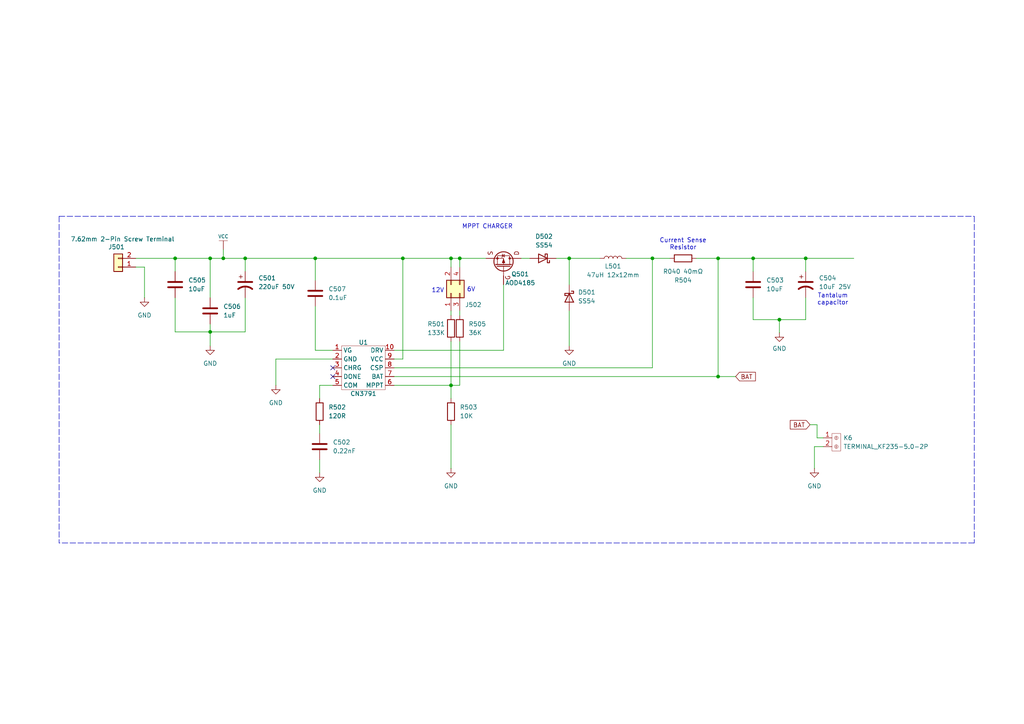
<source format=kicad_sch>
(kicad_sch (version 20250114) (generator "eeschema") (generator_version "9.0")
  (paper "A4")
  (lib_symbols
    (symbol "Connector_Generic:Conn_01x02" (pin_names (offset 1.016) (hide yes))
      (property "Reference" "J" (at 0 2.54 0))
      (property "Value" "Conn_01x02" (at 0 -5.08 0))
      (symbol "Conn_01x02_1_1"
        (rectangle (start -1.27 1.27) (end 1.27 -3.81) (stroke (width 0.254)) (fill (type background)))
        (rectangle (start -1.27 0.127) (end 0 -0.127) (stroke (width 0.1524)))
        (rectangle (start -1.27 -2.413) (end 0 -2.667) (stroke (width 0.1524)))
        (pin passive line (at -5.08 0 0) (length 3.81) (name "Pin_1") (number "1"))
        (pin passive line (at -5.08 -2.54 0) (length 3.81) (name "Pin_2") (number "2"))
      )
    )
    (symbol "Connector_Generic:Conn_02x02_Odd_Even" (pin_names (offset 1.016) (hide yes))
      (property "Reference" "J" (at 1.27 2.54 0))
      (property "Value" "Conn_02x02_Odd_Even" (at 1.27 -5.08 0))
      (symbol "Conn_02x02_Odd_Even_1_1"
        (rectangle (start -1.27 1.27) (end 3.81 -3.81) (stroke (width 0.254)) (fill (type background)))
        (rectangle (start -1.27 0.127) (end 0 -0.127) (stroke (width 0.1524)))
        (rectangle (start -1.27 -2.413) (end 0 -2.667) (stroke (width 0.1524)))
        (rectangle (start 3.81 0.127) (end 2.54 -0.127) (stroke (width 0.1524)))
        (rectangle (start 3.81 -2.413) (end 2.54 -2.667) (stroke (width 0.1524)))
        (pin passive line (at -5.08 0 0) (length 3.81) (name "Pin_1") (number "1"))
        (pin passive line (at -5.08 -2.54 0) (length 3.81) (name "Pin_3") (number "3"))
        (pin passive line (at 7.62 0 180) (length 3.81) (name "Pin_2") (number "2"))
        (pin passive line (at 7.62 -2.54 180) (length 3.81) (name "Pin_4") (number "4"))
      )
    )
    (symbol "Device:C" (pin_numbers (hide yes)) (pin_names (offset 0.254))
      (property "Reference" "C" (at 0.635 2.54 0))
      (property "Value" "C" (at 0.635 -2.54 0))
      (symbol "C_0_1"
        (polyline (pts (xy -2.032 0.762) (xy 2.032 0.762)) (stroke (width 0.508)))
        (polyline (pts (xy -2.032 -0.762) (xy 2.032 -0.762)) (stroke (width 0.508)))
      )
      (symbol "C_1_1"
        (pin passive line (at 0 3.81 270) (length 2.794) (name "~") (number "1"))
        (pin passive line (at 0 -3.81 90) (length 2.794) (name "~") (number "2"))
      )
    )
    (symbol "Device:C_Polarized_US" (pin_numbers (hide yes)) (pin_names (offset 0.254) (hide yes))
      (property "Reference" "C" (at 0.635 2.54 0))
      (property "Value" "C_Polarized_US" (at 0.635 -2.54 0))
      (symbol "C_Polarized_US_0_1"
        (polyline (pts (xy -2.032 0.762) (xy 2.032 0.762)) (stroke (width 0.508)))
        (polyline (pts (xy -1.778 2.286) (xy -0.762 2.286)))
        (polyline (pts (xy -1.27 1.778) (xy -1.27 2.794)))
        (arc (start -2.032 -1.27) (mid 0 -0.5572) (end 2.032 -1.27) (stroke (width 0.508)))
      )
      (symbol "C_Polarized_US_1_1"
        (pin passive line (at 0 3.81 270) (length 2.794) (name "~") (number "1"))
        (pin passive line (at 0 -3.81 90) (length 3.302) (name "~") (number "2"))
      )
    )
    (symbol "Device:D_Schottky" (pin_numbers (hide yes)) (pin_names (offset 1.016) (hide yes))
      (property "Reference" "D" (at 0 2.54 0))
      (property "Value" "D_Schottky" (at 0 -2.54 0))
      (symbol "D_Schottky_0_1"
        (polyline (pts (xy -1.905 0.635) (xy -1.905 1.27) (xy -1.27 1.27) (xy -1.27 -1.27) (xy -0.635 -1.27) (xy -0.635 -0.635)) (stroke (width 0.254)))
        (polyline (pts (xy 1.27 1.27) (xy 1.27 -1.27) (xy -1.27 0) (xy 1.27 1.27)) (stroke (width 0.254)))
        (polyline (pts (xy 1.27 0) (xy -1.27 0)))
      )
      (symbol "D_Schottky_1_1"
        (pin passive line (at -3.81 0 0) (length 2.54) (name "K") (number "1"))
        (pin passive line (at 3.81 0 180) (length 2.54) (name "A") (number "2"))
      )
    )
    (symbol "Device:L" (pin_numbers (hide yes)) (pin_names (offset 1.016) (hide yes))
      (property "Reference" "L" (at -1.27 0 90))
      (property "Value" "L" (at 1.905 0 90))
      (symbol "L_0_1"
        (arc (start 0 2.54) (mid 0.6323 1.905) (end 0 1.27))
        (arc (start 0 1.27) (mid 0.6323 0.635) (end 0 0))
        (arc (start 0 0) (mid 0.6323 -0.635) (end 0 -1.27))
        (arc (start 0 -1.27) (mid 0.6323 -1.905) (end 0 -2.54))
      )
      (symbol "L_1_1"
        (pin passive line (at 0 3.81 270) (length 1.27) (name "1") (number "1"))
        (pin passive line (at 0 -3.81 90) (length 1.27) (name "2") (number "2"))
      )
    )
    (symbol "Device:Q_PMOS_Depletion" (pin_numbers (hide yes)) (pin_names (offset 0) (hide yes))
      (property "Reference" "Q501" (at -2.032 4.826 90))
      (property "Value" "AOD4185" (at -4.572 4.826 90))
      (symbol "Q_PMOS_Depletion_0_1"
        (polyline (pts (xy 0.254 1.905) (xy 0.254 -1.905)) (stroke (width 0.254)))
        (polyline (pts (xy 0.254 0) (xy -2.54 0)))
        (polyline (pts (xy 0.762 2.286) (xy 0.762 -2.286)) (stroke (width 0.254)))
        (polyline (pts (xy 0.762 1.778) (xy 3.302 1.778) (xy 3.302 -1.778) (xy 0.762 -1.778)))
        (circle (center 1.651 0) (radius 2.794) (stroke (width 0.254)))
        (polyline (pts (xy 2.286 0) (xy 1.27 0.381) (xy 1.27 -0.381) (xy 2.286 0)) (fill (type outline)))
        (polyline (pts (xy 2.54 2.54) (xy 2.54 1.778)))
        (circle (center 2.54 1.778) (radius 0.254) (fill (type outline)))
        (circle (center 2.54 -1.778) (radius 0.254) (fill (type outline)))
        (polyline (pts (xy 2.54 -2.54) (xy 2.54 0) (xy 0.762 0)))
        (polyline (pts (xy 2.794 -0.508) (xy 2.921 -0.381) (xy 3.683 -0.381) (xy 3.81 -0.254)))
        (polyline (pts (xy 3.302 -0.381) (xy 2.921 0.254) (xy 3.683 0.254) (xy 3.302 -0.381)))
      )
      (symbol "Q_PMOS_Depletion_1_1"
        (text "G" (at -3.048 1.27 0) (effects (font (size 1.27 1.27))))
        (text "D" (at 4.064 3.81 0) (effects (font (size 1.27 1.27))))
        (text "S" (at 4.064 -3.81 0) (effects (font (size 1.27 1.27))))
        (pin input line (at -5.08 0 0) (length 2.54) (name "G") (number "G"))
        (pin passive line (at 2.54 5.08 270) (length 2.54) (name "D") (number "D"))
        (pin passive line (at 2.54 -5.08 90) (length 2.54) (name "S") (number "S"))
      )
    )
    (symbol "Device:R" (pin_numbers (hide yes)) (pin_names (offset 0))
      (property "Reference" "R" (at 2.032 0 90))
      (property "Value" "R" (at 0 0 90))
      (symbol "R_0_1"
        (rectangle (start -1.016 -2.54) (end 1.016 2.54) (stroke (width 0.254)))
      )
      (symbol "R_1_1"
        (pin passive line (at 0 3.81 270) (length 1.27) (name "~") (number "1"))
        (pin passive line (at 0 -3.81 90) (length 1.27) (name "~") (number "2"))
      )
    )
    (symbol "e-radionica.com schematics:CN3791"
      (property "Reference" "U" (at 0 7.62 0))
      (property "Value" "CN3791" (at 0 -7.62 0))
      (symbol "CN3791_0_1"
        (rectangle (start -7.62 5.08) (end -7.62 5.08) (stroke (width 0.0006)))
        (rectangle (start -6.35 6.35) (end 6.35 -6.35) (stroke (width 0.0006)))
      )
      (symbol "CN3791_1_1"
        (pin input line (at -8.89 5.08 0) (length 2.54) (name "VG") (number "1"))
        (pin input line (at -8.89 2.54 0) (length 2.54) (name "GND") (number "2"))
        (pin input line (at -8.89 0 0) (length 2.54) (name "CHRG") (number "3"))
        (pin input line (at -8.89 -2.54 0) (length 2.54) (name "DONE") (number "4"))
        (pin input line (at -8.89 -5.08 0) (length 2.54) (name "COM") (number "5"))
        (pin input line (at 8.89 5.08 180) (length 2.54) (name "DRV") (number "10"))
        (pin input line (at 8.89 2.54 180) (length 2.54) (name "VCC") (number "9"))
        (pin input line (at 8.89 0 180) (length 2.54) (name "CSP") (number "8"))
        (pin input line (at 8.89 -2.54 180) (length 2.54) (name "BAT") (number "7"))
        (pin input line (at 8.89 -5.08 180) (length 2.54) (name "MPPT") (number "6"))
      )
    )
    (symbol "e-radionica.com schematics:TERMINAL_KF235-5.0-2P"
      (property "Reference" "K" (at 0 3.81 0))
      (property "Value" "TERMINAL_KF235-5.0-2P" (at 0 -3.81 0))
      (symbol "TERMINAL_KF235-5.0-2P_0_1"
        (rectangle (start -1.27 2.54) (end 1.27 -2.54) (stroke (width 0.0006)))
        (polyline (pts (xy -0.254 1.27) (xy 0.254 1.27)) (stroke (width 0.0006)))
        (polyline (pts (xy -0.254 -1.27) (xy 0.254 -1.27)) (stroke (width 0.0006)))
        (polyline (pts (xy 0 1.778) (xy 0 0.762)) (stroke (width 0.0006)))
        (circle (center 0 1.27) (radius 0.508) (stroke (width 0.0006)))
        (polyline (pts (xy 0 -0.762) (xy 0 -1.778)) (stroke (width 0.0006)))
        (circle (center 0 -1.27) (radius 0.508) (stroke (width 0.0006)))
      )
      (symbol "TERMINAL_KF235-5.0-2P_1_1"
        (pin input line (at -3.81 1.27 0) (length 2.54) (name "~") (number "1"))
        (pin input line (at -3.81 -1.27 0) (length 2.54) (name "~") (number "2"))
      )
    )
    (symbol "e-radionica.com schematics:VCC" (power) (pin_names (offset 0))
      (property "Value" "VCC" (at 0 3.556 0))
      (symbol "VCC_0_1"
        (polyline (pts (xy -1.27 2.54) (xy 1.27 2.54)) (stroke (width 0.0006)))
        (polyline (pts (xy 0 0) (xy 0 2.54)))
      )
      (symbol "VCC_1_1"
        (pin power_in line (at 0 0 90) (length 0) (hide yes) (name "VCC") (number "1"))
      )
    )
    (symbol "power:GND" (power) (pin_numbers (hide yes)) (pin_names (offset 0) (hide yes))
      (property "Value" "GND" (at 0 -3.81 0))
      (symbol "GND_0_1"
        (polyline (pts (xy 0 0) (xy 0 -1.27) (xy 1.27 -1.27) (xy 0 -2.54) (xy -1.27 -1.27) (xy 0 -1.27)))
      )
      (symbol "GND_1_1"
        (pin power_in line (at 0 0 270) (length 0) (name "~") (number "1"))
      )
    )
  )
  (text "Current Sense\nResistor" (at 198.12 70.866 0) (effects (font (size 1.27 1.27))))
  (text "12V" (at 127 84.328 0) (effects (font (size 1.27 1.27))))
  (text "6V" (at 136.652 84.074 0) (effects (font (size 1.27 1.27))))
  (text "Tantalum\ncapacitor" (at 241.554 86.868 0) (effects (font (size 1.27 1.27))))
  (text "MPPT CHARGER" (at 133.985 66.548 0) (effects (font (size 1.27 1.27)) (justify left bottom)))
  (junction (at 233.68 74.93) (diameter 0.9144))
  (junction (at 130.81 74.93))
  (junction (at 226.06 92.71))
  (junction (at 189.23 74.93))
  (junction (at 116.84 74.93))
  (junction (at 130.81 111.76))
  (junction (at 64.77 74.93))
  (junction (at 60.96 74.93))
  (junction (at 50.8 74.93))
  (junction (at 165.1 74.93))
  (junction (at 218.44 74.93) (diameter 0.9144))
  (junction (at 71.12 74.93))
  (junction (at 91.44 74.93) (diameter 0.9144))
  (junction (at 208.28 74.93))
  (junction (at 133.35 74.93))
  (junction (at 60.96 96.266))
  (junction (at 208.28 109.22) (diameter 0.9144))
  (no_connect (at 96.52 106.68))
  (no_connect (at 96.52 109.22))
  (wire (pts (xy 226.06 96.52) (xy 226.06 92.71)))
  (wire (pts (xy 50.8 74.93) (xy 39.37 74.93)))
  (wire (pts (xy 130.81 99.06) (xy 130.81 111.76)))
  (wire (pts (xy 60.96 96.266) (xy 60.96 100.33)))
  (wire (pts (xy 92.71 111.76) (xy 96.52 111.76)))
  (wire (pts (xy 208.28 74.93) (xy 208.28 109.22)))
  (wire (pts (xy 39.37 77.47) (xy 41.91 77.47)))
  (wire (pts (xy 92.71 133.35) (xy 92.71 137.16)))
  (wire (pts (xy 233.68 74.93) (xy 247.65 74.93)))
  (wire (pts (xy 130.81 111.76) (xy 133.35 111.76)))
  (wire (pts (xy 96.52 101.6) (xy 91.44 101.6)))
  (wire (pts (xy 71.12 86.36) (xy 71.12 96.266)))
  (wire (pts (xy 96.52 104.14) (xy 80.01 104.14)))
  (polyline (pts (xy 282.575 62.738) (xy 282.575 157.48)) (stroke (width 0) (type dash)))
  (wire (pts (xy 92.71 125.73) (xy 92.71 123.19)))
  (wire (pts (xy 234.95 123.19) (xy 236.982 123.19)))
  (wire (pts (xy 133.35 74.93) (xy 140.97 74.93)))
  (wire (pts (xy 116.84 74.93) (xy 91.44 74.93)))
  (wire (pts (xy 146.05 82.55) (xy 146.05 101.6)))
  (wire (pts (xy 189.23 74.93) (xy 194.31 74.93)))
  (wire (pts (xy 218.44 92.71) (xy 226.06 92.71)))
  (wire (pts (xy 50.8 74.93) (xy 60.96 74.93)))
  (wire (pts (xy 71.12 74.93) (xy 91.44 74.93)))
  (wire (pts (xy 114.3 106.68) (xy 189.23 106.68)))
  (wire (pts (xy 233.68 78.74) (xy 233.68 74.93)))
  (wire (pts (xy 201.93 74.93) (xy 208.28 74.93)))
  (wire (pts (xy 130.81 74.93) (xy 133.35 74.93)))
  (wire (pts (xy 64.77 74.93) (xy 71.12 74.93)))
  (wire (pts (xy 151.13 74.93) (xy 153.67 74.93)))
  (wire (pts (xy 91.44 101.6) (xy 91.44 88.9)))
  (wire (pts (xy 50.8 96.266) (xy 60.96 96.266)))
  (wire (pts (xy 60.96 93.98) (xy 60.96 96.266)))
  (wire (pts (xy 236.982 123.19) (xy 236.982 127)))
  (wire (pts (xy 133.35 74.93) (xy 133.35 77.47)))
  (wire (pts (xy 116.84 104.14) (xy 116.84 74.93)))
  (wire (pts (xy 92.71 115.57) (xy 92.71 111.76)))
  (wire (pts (xy 114.3 101.6) (xy 146.05 101.6)))
  (wire (pts (xy 130.81 123.19) (xy 130.81 135.89)))
  (wire (pts (xy 60.96 86.36) (xy 60.96 74.93)))
  (wire (pts (xy 114.3 109.22) (xy 208.28 109.22)))
  (wire (pts (xy 50.8 86.36) (xy 50.8 96.266)))
  (wire (pts (xy 161.29 74.93) (xy 165.1 74.93)))
  (wire (pts (xy 114.3 111.76) (xy 130.81 111.76)))
  (wire (pts (xy 130.81 74.93) (xy 130.81 77.47)))
  (wire (pts (xy 130.81 90.17) (xy 130.81 91.44)))
  (wire (pts (xy 181.61 74.93) (xy 189.23 74.93)))
  (wire (pts (xy 116.84 74.93) (xy 130.81 74.93)))
  (wire (pts (xy 218.44 78.74) (xy 218.44 74.93)))
  (wire (pts (xy 165.1 74.93) (xy 173.99 74.93)))
  (wire (pts (xy 41.91 77.47) (xy 41.91 86.36)))
  (polyline (pts (xy 17.145 62.738) (xy 282.575 62.738)) (stroke (width 0) (type dash)))
  (wire (pts (xy 71.12 74.93) (xy 71.12 78.74)))
  (wire (pts (xy 189.23 106.68) (xy 189.23 74.93)))
  (wire (pts (xy 130.81 111.76) (xy 130.81 115.57)))
  (wire (pts (xy 208.28 109.22) (xy 213.36 109.22)))
  (wire (pts (xy 218.44 74.93) (xy 208.28 74.93)))
  (wire (pts (xy 60.96 74.93) (xy 64.77 74.93)))
  (wire (pts (xy 233.68 92.71) (xy 233.68 86.36)))
  (wire (pts (xy 91.44 81.28) (xy 91.44 74.93)))
  (wire (pts (xy 133.35 99.06) (xy 133.35 111.76)))
  (wire (pts (xy 165.1 90.17) (xy 165.1 100.33)))
  (wire (pts (xy 64.77 72.39) (xy 64.77 74.93)))
  (wire (pts (xy 133.35 90.17) (xy 133.35 91.44)))
  (wire (pts (xy 50.8 78.74) (xy 50.8 74.93)))
  (wire (pts (xy 226.06 92.71) (xy 233.68 92.71)))
  (polyline (pts (xy 17.145 62.738) (xy 17.145 157.48)) (stroke (width 0) (type dash)))
  (wire (pts (xy 236.982 127) (xy 238.76 127)))
  (wire (pts (xy 80.01 104.14) (xy 80.01 111.76)))
  (wire (pts (xy 236.22 129.54) (xy 238.76 129.54)))
  (wire (pts (xy 114.3 104.14) (xy 116.84 104.14)))
  (wire (pts (xy 60.96 96.266) (xy 71.12 96.266)))
  (polyline (pts (xy 282.575 157.48) (xy 17.145 157.48)) (stroke (width 0) (type dash)))
  (wire (pts (xy 236.22 129.54) (xy 236.22 135.89)))
  (wire (pts (xy 233.68 74.93) (xy 218.44 74.93)))
  (wire (pts (xy 165.1 82.55) (xy 165.1 74.93)))
  (wire (pts (xy 218.44 86.36) (xy 218.44 92.71)))
  (global_label "BAT" (shape input) (at 234.95 123.19 180) (property "Intersheetrefs" "${INTERSHEET_REFS}" (effects (hide yes))))
  (global_label "BAT" (shape input) (at 213.36 109.22 0) (property "Intersheetrefs" "${INTERSHEET_REFS}" (effects (hide yes))))
  (symbol (lib_id "Device:C") (at 50.8 82.55 0) (unit 1)
    (property "Reference" "C505" (at 54.61 81.2799 0) (effects (justify left)))
    (property "Value" "10uF" (at 54.61 83.8199 0) (effects (justify left)))
    (property "Description" "Unpolarized capacitor" (effects (hide yes)))
  )
  (symbol (lib_id "Device:R") (at 130.81 95.25 0) (unit 1)
    (property "Reference" "R501" (at 123.952 93.98 0) (effects (justify left)))
    (property "Value" "133K" (at 123.952 96.52 0) (effects (justify left)))
    (property "Description" "Resistor" (effects (hide yes)))
  )
  (symbol (lib_id "power:GND") (at 92.71 137.16 0) (unit 1)
    (property "Reference" "#PWR0505" (effects (hide yes)))
    (property "Value" "GND" (at 92.71 142.24 0))
    (property "Description" "Power symbol creates a global label with name \"GND\" , ground" (effects (hide yes)))
  )
  (symbol (lib_id "Device:C") (at 218.44 82.55 0) (unit 1)
    (property "Reference" "C503" (at 222.25 81.2799 0) (effects (justify left)))
    (property "Value" "10uF" (at 222.25 83.8199 0) (effects (justify left)))
    (property "Description" "Unpolarized capacitor" (effects (hide yes)))
  )
  (symbol (lib_id "power:GND") (at 226.06 96.52 0) (unit 1)
    (property "Reference" "#PWR0507" (effects (hide yes)))
    (property "Value" "GND" (at 226.06 101.092 0))
    (property "Description" "Power symbol creates a global label with name \"GND\" , ground" (effects (hide yes)))
  )
  (symbol (lib_id "Device:D_Schottky") (at 165.1 86.36 270) (unit 1)
    (property "Reference" "D501" (at 167.64 84.7724 90) (effects (justify left)))
    (property "Value" "SS54" (at 167.64 87.3124 90) (effects (justify left)))
    (property "Description" "Schottky diode" (effects (hide yes)))
  )
  (symbol (lib_id "Device:L") (at 177.8 74.93 90) (unit 1)
    (property "Reference" "L501" (at 177.8 77.216 90))
    (property "Value" "47uH 12x12mm" (at 177.8 79.756 90))
    (property "Description" "Inductor" (effects (hide yes)))
  )
  (symbol (lib_id "power:GND") (at 165.1 100.33 0) (unit 1)
    (property "Reference" "#PWR0510" (effects (hide yes)))
    (property "Value" "GND" (at 165.1 105.41 0))
    (property "Description" "Power symbol creates a global label with name \"GND\" , ground" (effects (hide yes)))
  )
  (symbol (lib_id "Device:R") (at 133.35 95.25 0) (unit 1)
    (property "Reference" "R505" (at 135.89 93.9799 0) (effects (justify left)))
    (property "Value" "36K" (at 135.89 96.5199 0) (effects (justify left)))
    (property "Description" "Resistor" (effects (hide yes)))
  )
  (symbol (lib_id "Device:R") (at 130.81 119.38 0) (unit 1)
    (property "Reference" "R503" (at 133.35 118.1099 0) (effects (justify left)))
    (property "Value" "10K" (at 133.35 120.6499 0) (effects (justify left)))
    (property "Description" "Resistor" (effects (hide yes)))
  )
  (symbol (lib_id "power:GND") (at 80.01 111.76 0) (unit 1)
    (property "Reference" "#PWR0504" (effects (hide yes)))
    (property "Value" "GND" (at 80.01 116.84 0))
    (property "Description" "Power symbol creates a global label with name \"GND\" , ground" (effects (hide yes)))
  )
  (symbol (lib_id "Device:R") (at 92.71 119.38 0) (unit 1)
    (property "Reference" "R502" (at 95.25 118.1099 0) (effects (justify left)))
    (property "Value" "120R" (at 95.25 120.6499 0) (effects (justify left)))
    (property "Description" "Resistor" (effects (hide yes)))
  )
  (symbol (lib_id "Device:C") (at 92.71 129.54 0) (unit 1)
    (property "Reference" "C502" (at 96.52 128.2699 0) (effects (justify left)))
    (property "Value" "0.22nF" (at 96.52 130.8099 0) (effects (justify left)))
    (property "Description" "Unpolarized capacitor" (effects (hide yes)))
  )
  (symbol (lib_id "Device:R") (at 198.12 74.93 90) (mirror x) (unit 1)
    (property "Reference" "R504" (at 198.12 81.28 90))
    (property "Value" "R040 40mΩ" (at 198.12 78.74 90))
    (property "Description" "Resistor" (effects (hide yes)))
  )
  (symbol (lib_id "power:GND") (at 130.81 135.89 0) (unit 1)
    (property "Reference" "#PWR0506" (effects (hide yes)))
    (property "Value" "GND" (at 130.81 140.97 0))
    (property "Description" "Power symbol creates a global label with name \"GND\" , ground" (effects (hide yes)))
  )
  (symbol (lib_id "e-radionica.com schematics:VCC") (at 64.77 72.39 0) (unit 1)
    (property "Reference" "#PWR0503" (effects (hide yes)))
    (property "Value" "VCC" (at 64.77 68.58 0) (effects (font (size 1 1))))
  )
  (symbol (lib_id "Device:C_Polarized_US") (at 233.68 82.55 0) (unit 1)
    (property "Reference" "C504" (at 237.49 80.6449 0) (effects (justify left)))
    (property "Value" "10uF 25V" (at 237.49 83.1849 0) (effects (justify left)))
    (property "Description" "Polarized capacitor, US symbol" (effects (hide yes)))
  )
  (symbol (lib_id "Device:D_Schottky") (at 157.48 74.93 180) (unit 1)
    (property "Reference" "D502" (at 157.7975 68.58 0))
    (property "Value" "SS54" (at 157.7975 71.12 0))
    (property "Description" "Schottky diode" (effects (hide yes)))
  )
  (symbol (lib_id "power:GND") (at 236.22 135.89 0) (unit 1)
    (property "Reference" "#PWR0509" (effects (hide yes)))
    (property "Value" "GND" (at 236.22 140.97 0))
    (property "Description" "Power symbol creates a global label with name \"GND\" , ground" (effects (hide yes)))
  )
  (symbol (lib_id "e-radionica.com schematics:CN3791") (at 105.41 106.68 0) (unit 1)
    (property "Reference" "U1" (at 105.41 99.314 0))
    (property "Value" "CN3791" (at 105.41 114.173 0))
    (property "Footprint" "e-radionica.com footprinti:CN3791" (effects (hide yes)))
  )
  (symbol (lib_id "Device:C_Polarized_US") (at 71.12 82.55 0) (unit 1)
    (property "Reference" "C501" (at 74.93 80.6449 0) (effects (justify left)))
    (property "Value" "220uF 50V" (at 74.93 83.1849 0) (effects (justify left)))
    (property "Description" "Polarized capacitor, US symbol" (effects (hide yes)))
  )
  (symbol (lib_id "e-radionica.com schematics:TERMINAL_KF235-5.0-2P") (at 242.57 128.27 0) (unit 1)
    (property "Reference" "K6" (at 244.602 126.9999 0) (effects (justify left)))
    (property "Value" "TERMINAL_KF235-5.0-2P" (at 244.602 129.5399 0) (effects (justify left)))
    (property "Footprint" "e-radionica.com footprinti:TERMINAL_KF235-5.0-2P" (effects (hide yes)))
  )
  (symbol (lib_id "power:GND") (at 60.96 100.33 0) (unit 1)
    (property "Reference" "#PWR0501" (effects (hide yes)))
    (property "Value" "GND" (at 60.96 105.41 0))
    (property "Description" "Power symbol creates a global label with name \"GND\" , ground" (effects (hide yes)))
  )
  (symbol (lib_id "Device:C") (at 60.96 90.17 0) (unit 1)
    (property "Reference" "C506" (at 64.77 88.8999 0) (effects (justify left)))
    (property "Value" "1uF" (at 64.77 91.4399 0) (effects (justify left)))
    (property "Description" "Unpolarized capacitor" (effects (hide yes)))
  )
  (symbol (lib_id "Connector_Generic:Conn_01x02") (at 34.29 77.47 180) (unit 1)
    (property "Reference" "J501" (at 33.782 71.628 0))
    (property "Value" "7.62mm 2-Pin Screw Terminal" (at 35.56 69.342 0))
    (property "Footprint" "govi.ai-sensor-sht41-wifi:P=7.62mm Barrier Terminal Blocks" (effects (hide yes)))
  )
  (symbol (lib_id "power:GND") (at 41.91 86.36 0) (unit 1)
    (property "Reference" "#PWR0502" (effects (hide yes)))
    (property "Value" "GND" (at 41.91 91.44 0))
    (property "Description" "Power symbol creates a global label with name \"GND\" , ground" (effects (hide yes)))
  )
  (symbol (lib_id "Connector_Generic:Conn_02x02_Odd_Even") (at 130.81 85.09 90) (unit 1)
    (property "Reference" "J502" (at 134.874 88.392 90) (effects (justify right)))
    (property "Value" "Conn_02x02_Odd_Even" (effects (hide yes)))
    (property "Description" "Generic connector, double row, 02x02, odd/even pin numbering scheme (row 1 odd numbers, row 2 even numbers), script generated (kicad-library-utils/schlib/autogen/connector/)" (effects (hide yes)))
  )
  (symbol (lib_id "Device:C") (at 91.44 85.09 0) (unit 1)
    (property "Reference" "C507" (at 95.25 83.8199 0) (effects (justify left)))
    (property "Value" "0.1uF" (at 95.25 86.3599 0) (effects (justify left)))
    (property "Description" "Unpolarized capacitor" (effects (hide yes)))
  )
  (symbol (lib_id "Device:Q_PMOS_Depletion") (at 146.05 77.47 270) (mirror x) (unit 1)
    (property "Reference" "Q501" (at 150.876 79.502 90))
    (property "Value" "AOD4185" (at 150.876 82.042 90))
    (property "Description" "Depletion-mode P-channel MOSFET" (effects (hide yes)))
  )
)
</source>
